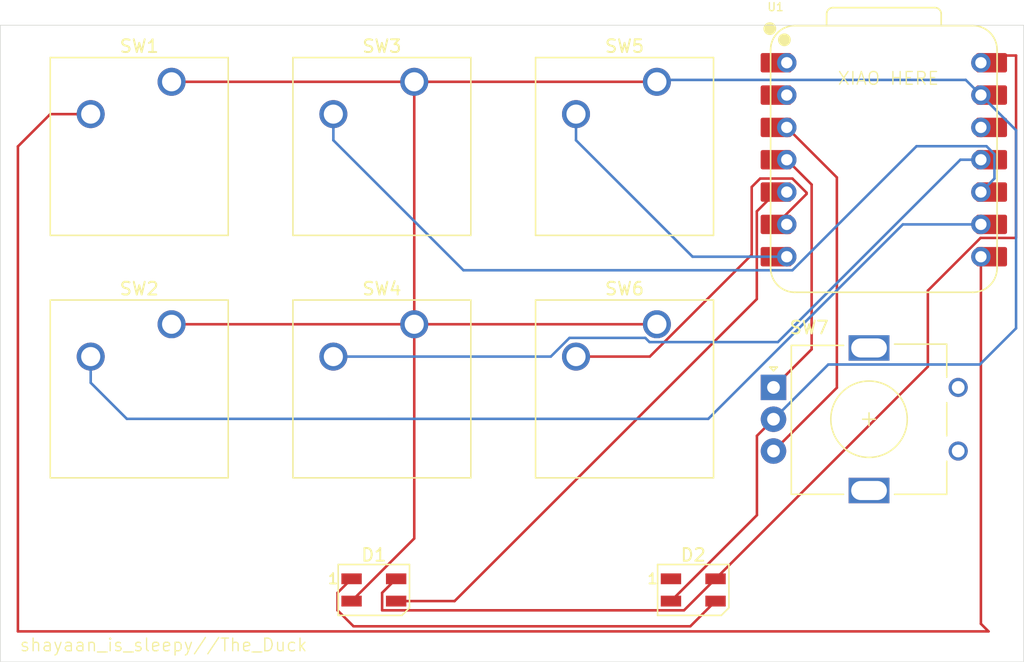
<source format=kicad_pcb>
(kicad_pcb (version 20241229) (generator "pcbnew") (generator_version "9.0")
  (layers (0 "F.Cu" signal) (2 "B.Cu" signal) (13 "F.Paste" user) (15 "B.Paste" user) (5 "F.SilkS" user "F.Silkscreen") (7 "B.SilkS" user "B.Silkscreen") (1 "F.Mask" user) (3 "B.Mask" user) (25 "Edge.Cuts" user))
  (net 0 "")
  (net 1 "GND")
  (net 2 "Net-(D1-VSS)")
  (net 3 "+5V")
  (net 4 "Net-(D1-VDD)")
  (net 6 "Net-(U1-GPIO1{slash}RX)")
  (net 7 "Net-(U1-GPIO2{slash}SCK)")
  (net 8 "Net-(U1-GPIO4{slash}MISO)")
  (net 10 "Net-(U1-GPIO28{slash}ADC2{slash}A2)")
  (net 11 "Net-(U1-GPIO29{slash}ADC3{slash}A3)")
  (net 12 "Net-(U1-GPIO0{slash}TX)")
  (net 15 "Net-(U1-GPIO7{slash}SCL)")
  (net 16 "Net-(U1-GPIO3{slash}MOSI)")
  (footprint "Button_Switch_Keyboard:SW_Cherry_MX_1.00u_PCB" (layer "F.Cu") (at 123.98375 109.22)
    (property "Reference" "SW2" (at -2.54 -2.794 0) (layer "F.SilkS"))
    (property "Value" "SW_Push")
    (fp_line (start -9.525 -1.905) (end 4.445 -1.905) (stroke (width 0.12)) (layer "F.SilkS"))
    (fp_line (start -9.525 12.065) (end -9.525 -1.905) (stroke (width 0.12)) (layer "F.SilkS"))
    (fp_line (start 4.445 -1.905) (end 4.445 12.065) (stroke (width 0.12)) (layer "F.SilkS"))
    (fp_line (start 4.445 12.065) (end -9.525 12.065) (stroke (width 0.12)) (layer "F.SilkS"))
    (pad "" np_thru_hole circle (at -7.62 5.08) (size 1.7 1.7) (drill 1.7) (layers "*.Cu" "*.Mask"))
    (pad "" np_thru_hole circle (at -2.54 5.08) (size 4 4) (drill 4) (layers "*.Cu" "*.Mask"))
    (pad "" np_thru_hole circle (at 2.54 5.08) (size 1.7 1.7) (drill 1.7) (layers "*.Cu" "*.Mask"))
    (pad "1" thru_hole circle (at 0 0) (size 2.2 2.2) (drill 1.5) (layers "*.Cu" "*.Mask") (net 1 "GND"))
    (pad "2" thru_hole circle (at -6.35 2.54) (size 2.2 2.2) (drill 1.5) (layers "*.Cu" "*.Mask") (net 7 "Net-(U1-GPIO2{slash}SCK)"))
  )
  (footprint "LED_SMD:LED_SK6812MINI_PLCC4_3.5x3.5mm_P1.75mm" (layer "F.Cu") (at 164.9375 130.09375)
    (property "Reference" "D2" (at 0 -2.75 0) (layer "F.SilkS"))
    (property "Value" "SK6812")
    (fp_line (start -2.8 -2) (end -2.8 2) (stroke (width 0.12)) (layer "F.SilkS"))
    (fp_line (start -2.8 -2) (end 2.8 -2) (stroke (width 0.12)) (layer "F.SilkS"))
    (fp_line (start -2.8 2) (end 2.2 2) (stroke (width 0.12)) (layer "F.SilkS"))
    (fp_line (start 2.8 1.4) (end 2.2 2) (stroke (width 0.12)) (layer "F.SilkS"))
    (fp_line (start 2.8 1.4) (end 2.8 -2) (stroke (width 0.12)) (layer "F.SilkS"))
    (fp_text user "1" (at -3.2 -0.875 0) (layer "F.SilkS") (effects (font (size 0.8 0.8))))
    (pad "1" smd rect (at -1.75 -0.875) (size 1.6 0.85) (layers "F.Cu" "F.Mask" "F.Paste"))
    (pad "2" smd rect (at -1.75 0.875) (size 1.6 0.85) (layers "F.Cu" "F.Mask" "F.Paste") (net 1 "GND"))
    (pad "3" smd rect (at 1.75 0.875) (size 1.6 0.85) (layers "F.Cu" "F.Mask" "F.Paste") (net 2 "Net-(D1-VSS)"))
    (pad "4" smd rect (at 1.75 -0.875) (size 1.6 0.85) (layers "F.Cu" "F.Mask" "F.Paste") (net 3 "+5V"))
  )
  (footprint "Button_Switch_Keyboard:SW_Cherry_MX_1.00u_PCB" (layer "F.Cu") (at 143.03375 90.17)
    (property "Reference" "SW3" (at -2.54 -2.794 0) (layer "F.SilkS"))
    (property "Value" "SW_Push")
    (fp_line (start -9.525 -1.905) (end 4.445 -1.905) (stroke (width 0.12)) (layer "F.SilkS"))
    (fp_line (start -9.525 12.065) (end -9.525 -1.905) (stroke (width 0.12)) (layer "F.SilkS"))
    (fp_line (start 4.445 -1.905) (end 4.445 12.065) (stroke (width 0.12)) (layer "F.SilkS"))
    (fp_line (start 4.445 12.065) (end -9.525 12.065) (stroke (width 0.12)) (layer "F.SilkS"))
    (pad "" np_thru_hole circle (at -7.62 5.08) (size 1.7 1.7) (drill 1.7) (layers "*.Cu" "*.Mask"))
    (pad "" np_thru_hole circle (at -2.54 5.08) (size 4 4) (drill 4) (layers "*.Cu" "*.Mask"))
    (pad "" np_thru_hole circle (at 2.54 5.08) (size 1.7 1.7) (drill 1.7) (layers "*.Cu" "*.Mask"))
    (pad "1" thru_hole circle (at 0 0) (size 2.2 2.2) (drill 1.5) (layers "*.Cu" "*.Mask") (net 1 "GND"))
    (pad "2" thru_hole circle (at -6.35 2.54) (size 2.2 2.2) (drill 1.5) (layers "*.Cu" "*.Mask") (net 8 "Net-(U1-GPIO4{slash}MISO)"))
  )
  (footprint "LED_SMD:LED_SK6812MINI_PLCC4_3.5x3.5mm_P1.75mm" (layer "F.Cu") (at 139.8625 130.09375)
    (property "Reference" "D1" (at 0 -2.75 0) (layer "F.SilkS"))
    (property "Value" "SK6812")
    (fp_line (start -2.8 -2) (end -2.8 2) (stroke (width 0.12)) (layer "F.SilkS"))
    (fp_line (start -2.8 -2) (end 2.8 -2) (stroke (width 0.12)) (layer "F.SilkS"))
    (fp_line (start -2.8 2) (end 2.2 2) (stroke (width 0.12)) (layer "F.SilkS"))
    (fp_line (start 2.8 1.4) (end 2.2 2) (stroke (width 0.12)) (layer "F.SilkS"))
    (fp_line (start 2.8 1.4) (end 2.8 -2) (stroke (width 0.12)) (layer "F.SilkS"))
    (fp_text user "1" (at -3.2 -0.875 0) (layer "F.SilkS") (effects (font (size 0.8 0.8))))
    (pad "1" smd rect (at -1.75 -0.875) (size 1.6 0.85) (layers "F.Cu" "F.Mask" "F.Paste") (net 2 "Net-(D1-VSS)"))
    (pad "2" smd rect (at -1.75 0.875) (size 1.6 0.85) (layers "F.Cu" "F.Mask" "F.Paste") (net 1 "GND"))
    (pad "3" smd rect (at 1.75 0.875) (size 1.6 0.85) (layers "F.Cu" "F.Mask" "F.Paste") (net 4 "Net-(D1-VDD)"))
    (pad "4" smd rect (at 1.75 -0.875) (size 1.6 0.85) (layers "F.Cu" "F.Mask" "F.Paste") (net 3 "+5V"))
  )
  (footprint "Button_Switch_Keyboard:SW_Cherry_MX_1.00u_PCB" (layer "F.Cu") (at 162.08375 90.17)
    (property "Reference" "SW5" (at -2.54 -2.794 0) (layer "F.SilkS"))
    (property "Value" "SW_Push")
    (fp_line (start -9.525 -1.905) (end 4.445 -1.905) (stroke (width 0.12)) (layer "F.SilkS"))
    (fp_line (start -9.525 12.065) (end -9.525 -1.905) (stroke (width 0.12)) (layer "F.SilkS"))
    (fp_line (start 4.445 -1.905) (end 4.445 12.065) (stroke (width 0.12)) (layer "F.SilkS"))
    (fp_line (start 4.445 12.065) (end -9.525 12.065) (stroke (width 0.12)) (layer "F.SilkS"))
    (pad "" np_thru_hole circle (at -7.62 5.08) (size 1.7 1.7) (drill 1.7) (layers "*.Cu" "*.Mask"))
    (pad "" np_thru_hole circle (at -2.54 5.08) (size 4 4) (drill 4) (layers "*.Cu" "*.Mask"))
    (pad "" np_thru_hole circle (at 2.54 5.08) (size 1.7 1.7) (drill 1.7) (layers "*.Cu" "*.Mask"))
    (pad "1" thru_hole circle (at 0 0) (size 2.2 2.2) (drill 1.5) (layers "*.Cu" "*.Mask") (net 1 "GND"))
    (pad "2" thru_hole circle (at -6.35 2.54) (size 2.2 2.2) (drill 1.5) (layers "*.Cu" "*.Mask") (net 12 "Net-(U1-GPIO0{slash}TX)"))
  )
  (footprint "Button_Switch_Keyboard:SW_Cherry_MX_1.00u_PCB" (layer "F.Cu") (at 123.98375 90.17)
    (property "Reference" "SW1" (at -2.54 -2.794 0) (layer "F.SilkS"))
    (property "Value" "SW_Push")
    (fp_line (start -9.525 -1.905) (end 4.445 -1.905) (stroke (width 0.12)) (layer "F.SilkS"))
    (fp_line (start -9.525 12.065) (end -9.525 -1.905) (stroke (width 0.12)) (layer "F.SilkS"))
    (fp_line (start 4.445 -1.905) (end 4.445 12.065) (stroke (width 0.12)) (layer "F.SilkS"))
    (fp_line (start 4.445 12.065) (end -9.525 12.065) (stroke (width 0.12)) (layer "F.SilkS"))
    (pad "" np_thru_hole circle (at -7.62 5.08) (size 1.7 1.7) (drill 1.7) (layers "*.Cu" "*.Mask"))
    (pad "" np_thru_hole circle (at -2.54 5.08) (size 4 4) (drill 4) (layers "*.Cu" "*.Mask"))
    (pad "" np_thru_hole circle (at 2.54 5.08) (size 1.7 1.7) (drill 1.7) (layers "*.Cu" "*.Mask"))
    (pad "1" thru_hole circle (at 0 0) (size 2.2 2.2) (drill 1.5) (layers "*.Cu" "*.Mask") (net 1 "GND"))
    (pad "2" thru_hole circle (at -6.35 2.54) (size 2.2 2.2) (drill 1.5) (layers "*.Cu" "*.Mask") (net 6 "Net-(U1-GPIO1{slash}RX)"))
  )
  (footprint "Button_Switch_Keyboard:SW_Cherry_MX_1.00u_PCB" (layer "F.Cu") (at 162.08375 109.22)
    (property "Reference" "SW6" (at -2.54 -2.794 0) (layer "F.SilkS"))
    (property "Value" "SW_Push")
    (fp_line (start -9.525 -1.905) (end 4.445 -1.905) (stroke (width 0.12)) (layer "F.SilkS"))
    (fp_line (start -9.525 12.065) (end -9.525 -1.905) (stroke (width 0.12)) (layer "F.SilkS"))
    (fp_line (start 4.445 -1.905) (end 4.445 12.065) (stroke (width 0.12)) (layer "F.SilkS"))
    (fp_line (start 4.445 12.065) (end -9.525 12.065) (stroke (width 0.12)) (layer "F.SilkS"))
    (pad "" np_thru_hole circle (at -7.62 5.08) (size 1.7 1.7) (drill 1.7) (layers "*.Cu" "*.Mask"))
    (pad "" np_thru_hole circle (at -2.54 5.08) (size 4 4) (drill 4) (layers "*.Cu" "*.Mask"))
    (pad "" np_thru_hole circle (at 2.54 5.08) (size 1.7 1.7) (drill 1.7) (layers "*.Cu" "*.Mask"))
    (pad "1" thru_hole circle (at 0 0) (size 2.2 2.2) (drill 1.5) (layers "*.Cu" "*.Mask") (net 1 "GND"))
    (pad "2" thru_hole circle (at -6.35 2.54) (size 2.2 2.2) (drill 1.5) (layers "*.Cu" "*.Mask") (net 15 "Net-(U1-GPIO7{slash}SCL)"))
  )
  (footprint "Button_Switch_Keyboard:SW_Cherry_MX_1.00u_PCB" (layer "F.Cu") (at 143.03375 109.22)
    (property "Reference" "SW4" (at -2.54 -2.794 0) (layer "F.SilkS"))
    (property "Value" "SW_Push")
    (fp_line (start -9.525 -1.905) (end 4.445 -1.905) (stroke (width 0.12)) (layer "F.SilkS"))
    (fp_line (start -9.525 12.065) (end -9.525 -1.905) (stroke (width 0.12)) (layer "F.SilkS"))
    (fp_line (start 4.445 -1.905) (end 4.445 12.065) (stroke (width 0.12)) (layer "F.SilkS"))
    (fp_line (start 4.445 12.065) (end -9.525 12.065) (stroke (width 0.12)) (layer "F.SilkS"))
    (pad "" np_thru_hole circle (at -7.62 5.08) (size 1.7 1.7) (drill 1.7) (layers "*.Cu" "*.Mask"))
    (pad "" np_thru_hole circle (at -2.54 5.08) (size 4 4) (drill 4) (layers "*.Cu" "*.Mask"))
    (pad "" np_thru_hole circle (at 2.54 5.08) (size 1.7 1.7) (drill 1.7) (layers "*.Cu" "*.Mask"))
    (pad "1" thru_hole circle (at 0 0) (size 2.2 2.2) (drill 1.5) (layers "*.Cu" "*.Mask") (net 1 "GND"))
    (pad "2" thru_hole circle (at -6.35 2.54) (size 2.2 2.2) (drill 1.5) (layers "*.Cu" "*.Mask") (net 16 "Net-(U1-GPIO3{slash}MOSI)"))
  )
  (footprint "Rotary_Encoder:RotaryEncoder_Alps_EC11E_Vertical_H20mm" (layer "F.Cu") (at 171.2375 114.18125)
    (property "Reference" "SW7" (at 2.8 -4.7 0) (layer "F.SilkS"))
    (property "Value" "RotaryEncoder")
    (fp_line (start -0.3 -1.6) (end 0.3 -1.6) (stroke (width 0.12)) (layer "F.SilkS"))
    (fp_line (start 0 -1.3) (end -0.3 -1.6) (stroke (width 0.12)) (layer "F.SilkS"))
    (fp_line (start 0.3 -1.6) (end 0 -1.3) (stroke (width 0.12)) (layer "F.SilkS"))
    (fp_line (start 1.4 -3.3) (end 1.4 8.4) (stroke (width 0.12)) (layer "F.SilkS"))
    (fp_line (start 5.5 -3.3) (end 1.4 -3.3) (stroke (width 0.12)) (layer "F.SilkS"))
    (fp_line (start 5.5 8.4) (end 1.4 8.4) (stroke (width 0.12)) (layer "F.SilkS"))
    (fp_line (start 7 2.5) (end 8 2.5) (stroke (width 0.12)) (layer "F.SilkS"))
    (fp_line (start 7.5 2) (end 7.5 3) (stroke (width 0.12)) (layer "F.SilkS"))
    (fp_line (start 9.5 -3.4) (end 13.6 -3.4) (stroke (width 0.12)) (layer "F.SilkS"))
    (fp_line (start 13.6 -3.4) (end 13.6 -0.8) (stroke (width 0.12)) (layer "F.SilkS"))
    (fp_line (start 13.6 1.2) (end 13.6 3.8) (stroke (width 0.12)) (layer "F.SilkS"))
    (fp_line (start 13.6 5.8) (end 13.6 8.4) (stroke (width 0.12)) (layer "F.SilkS"))
    (fp_line (start 13.6 8.4) (end 9.5 8.4) (stroke (width 0.12)) (layer "F.SilkS"))
    (fp_circle (center 7.5 2.5) (end 10.5 2.5) (stroke (width 0.12)) (fill no) (layer "F.SilkS"))
    (pad "" thru_hole circle (at 14.5 0) (size 1.5 1.5) (drill 1) (layers "*.Cu" "*.Mask"))
    (pad "" thru_hole circle (at 14.5 5) (size 1.5 1.5) (drill 1) (layers "*.Cu" "*.Mask"))
    (pad "A" thru_hole rect (at 0 0) (size 2 2) (drill 1) (layers "*.Cu" "*.Mask") (net 11 "Net-(U1-GPIO29{slash}ADC3{slash}A3)"))
    (pad "B" thru_hole circle (at 0 5) (size 2 2) (drill 1) (layers "*.Cu" "*.Mask") (net 10 "Net-(U1-GPIO28{slash}ADC2{slash}A2)"))
    (pad "C" thru_hole circle (at 0 2.5) (size 2 2) (drill 1) (layers "*.Cu" "*.Mask") (net 1 "GND"))
    (pad "MP" thru_hole rect (at 7.5 -3.1) (size 3.2 2) (drill oval 2.8 1.5) (layers "*.Cu" "*.Mask"))
    (pad "MP" thru_hole rect (at 7.5 8.1) (size 3.2 2) (drill oval 2.8 1.5) (layers "*.Cu" "*.Mask"))
  )
  (footprint "opl:XIAO-RP2040-DIP" (layer "F.Cu") (at 179.9 96.2935)
    (property "Reference" "U1" (at -8.5 -12 0) (layer "F.SilkS") (effects (font (size 0.635 0.635) (thickness 0.1016))))
    (property "Value" "XIAO-RP2040-DIP")
    (fp_line (start -8.89 8.509) (end -8.89 -8.636) (stroke (width 0.127)) (layer "F.SilkS"))
    (fp_line (start -6.985 10.414) (end 6.985 10.414) (stroke (width 0.127)) (layer "F.SilkS"))
    (fp_line (start -4.495 -10.541) (end -4.491272 -11.451272) (stroke (width 0.127)) (layer "F.SilkS"))
    (fp_line (start -3.991272 -11.951) (end 4.004 -11.951) (stroke (width 0.127)) (layer "F.SilkS"))
    (fp_line (start 4.504 -11.451) (end 4.504 -10.541) (stroke (width 0.127)) (layer "F.SilkS"))
    (fp_line (start 6.985 -10.541) (end -6.985 -10.541) (stroke (width 0.1)) (layer "F.SilkS"))
    (fp_line (start 6.985 -10.541) (end -6.985 -10.541) (stroke (width 0.127)) (layer "F.SilkS"))
    (fp_line (start 8.89 8.509) (end 8.89 -8.636) (stroke (width 0.127)) (layer "F.SilkS"))
    (fp_arc (start -8.89 -8.636) (mid -8.332038 -9.983038) (end -6.985 -10.541) (stroke (width 0.127)) (layer "F.SilkS"))
    (fp_arc (start -6.985 10.414) (mid -8.332038 9.856038) (end -8.89 8.509) (stroke (width 0.127)) (layer "F.SilkS"))
    (fp_arc (start -4.491272 -11.451272) (mid -4.344728 -11.80464) (end -3.991272 -11.951) (stroke (width 0.127)) (layer "F.SilkS"))
    (fp_arc (start 4.004 -11.951) (mid 4.357553 -11.804553) (end 4.504 -11.451) (stroke (width 0.127)) (layer "F.SilkS"))
    (fp_arc (start 6.985 -10.541) (mid 8.332038 -9.983038) (end 8.89 -8.636) (stroke (width 0.127)) (layer "F.SilkS"))
    (fp_arc (start 8.89 8.509) (mid 8.332038 9.856038) (end 6.985 10.414) (stroke (width 0.127)) (layer "F.SilkS"))
    (fp_circle (center -8.95 -10.3) (end -8.95 -10.554) (stroke (width 0.5)) (fill yes) (layer "F.SilkS"))
    (fp_circle (center -7.807 -9.42) (end -7.807 -9.674) (stroke (width 0.5)) (fill yes) (layer "F.SilkS"))
    (pad "1" smd roundrect (at -8.455 -7.62 180) (size 2.432 1.524) (layers "F.Cu" "F.Mask") (roundrect_rratio 0.1))
    (pad "1" thru_hole circle (at -7.62 -7.62 180) (size 1.524 1.524) (drill 0.889) (layers "*.Cu" "*.Mask"))
    (pad "2" smd roundrect (at -8.455 -5.08 180) (size 2.432 1.524) (layers "F.Cu" "F.Mask") (roundrect_rratio 0.1))
    (pad "2" thru_hole circle (at -7.62 -5.08 180) (size 1.524 1.524) (drill 0.889) (layers "*.Cu" "*.Mask"))
    (pad "3" smd roundrect (at -8.455 -2.54 180) (size 2.432 1.524) (layers "F.Cu" "F.Mask") (roundrect_rratio 0.1) (net 10 "Net-(U1-GPIO28{slash}ADC2{slash}A2)"))
    (pad "3" thru_hole circle (at -7.62 -2.54 180) (size 1.524 1.524) (drill 0.889) (layers "*.Cu" "*.Mask") (net 10 "Net-(U1-GPIO28{slash}ADC2{slash}A2)"))
    (pad "4" smd roundrect (at -8.455 0 180) (size 2.432 1.524) (layers "F.Cu" "F.Mask") (roundrect_rratio 0.1) (net 11 "Net-(U1-GPIO29{slash}ADC3{slash}A3)"))
    (pad "4" thru_hole circle (at -7.62 0 180) (size 1.524 1.524) (drill 0.889) (layers "*.Cu" "*.Mask") (net 11 "Net-(U1-GPIO29{slash}ADC3{slash}A3)"))
    (pad "5" smd roundrect (at -8.455 2.54 180) (size 2.432 1.524) (layers "F.Cu" "F.Mask") (roundrect_rratio 0.1) (net 4 "Net-(D1-VDD)"))
    (pad "5" thru_hole circle (at -7.62 2.54 180) (size 1.524 1.524) (drill 0.889) (layers "*.Cu" "*.Mask") (net 4 "Net-(D1-VDD)"))
    (pad "6" smd roundrect (at -8.455 5.08 180) (size 2.432 1.524) (layers "F.Cu" "F.Mask") (roundrect_rratio 0.1) (net 15 "Net-(U1-GPIO7{slash}SCL)"))
    (pad "6" thru_hole circle (at -7.62 5.08 180) (size 1.524 1.524) (drill 0.889) (layers "*.Cu" "*.Mask") (net 15 "Net-(U1-GPIO7{slash}SCL)"))
    (pad "7" smd roundrect (at -8.455 7.62 180) (size 2.432 1.524) (layers "F.Cu" "F.Mask") (roundrect_rratio 0.1) (net 12 "Net-(U1-GPIO0{slash}TX)"))
    (pad "7" thru_hole circle (at -7.62 7.62 180) (size 1.524 1.524) (drill 0.889) (layers "*.Cu" "*.Mask") (net 12 "Net-(U1-GPIO0{slash}TX)"))
    (pad "8" thru_hole circle (at 7.62 7.62) (size 1.524 1.524) (drill 0.889) (layers "*.Cu" "*.Mask") (net 6 "Net-(U1-GPIO1{slash}RX)"))
    (pad "8" smd roundrect (at 8.455 7.62) (size 2.432 1.524) (layers "F.Cu" "F.Mask") (roundrect_rratio 0.1) (net 6 "Net-(U1-GPIO1{slash}RX)"))
    (pad "9" thru_hole circle (at 7.62 5.08) (size 1.524 1.524) (drill 0.889) (layers "*.Cu" "*.Mask") (net 7 "Net-(U1-GPIO2{slash}SCK)"))
    (pad "9" smd roundrect (at 8.455 5.08) (size 2.432 1.524) (layers "F.Cu" "F.Mask") (roundrect_rratio 0.1) (net 7 "Net-(U1-GPIO2{slash}SCK)"))
    (pad "10" thru_hole circle (at 7.62 2.54) (size 1.524 1.524) (drill 0.889) (layers "*.Cu" "*.Mask") (net 8 "Net-(U1-GPIO4{slash}MISO)"))
    (pad "10" smd roundrect (at 8.455 2.54) (size 2.432 1.524) (layers "F.Cu" "F.Mask") (roundrect_rratio 0.1) (net 8 "Net-(U1-GPIO4{slash}MISO)"))
    (pad "11" thru_hole circle (at 7.62 0) (size 1.524 1.524) (drill 0.889) (layers "*.Cu" "*.Mask") (net 16 "Net-(U1-GPIO3{slash}MOSI)"))
    (pad "11" smd roundrect (at 8.455 0) (size 2.432 1.524) (layers "F.Cu" "F.Mask") (roundrect_rratio 0.1) (net 16 "Net-(U1-GPIO3{slash}MOSI)"))
    (pad "12" thru_hole circle (at 7.62 -2.54) (size 1.524 1.524) (drill 0.889) (layers "*.Cu" "*.Mask"))
    (pad "12" smd roundrect (at 8.455 -2.54) (size 2.432 1.524) (layers "F.Cu" "F.Mask") (roundrect_rratio 0.1))
    (pad "13" thru_hole circle (at 7.62 -5.08) (size 1.524 1.524) (drill 0.889) (layers "*.Cu" "*.Mask") (net 1 "GND"))
    (pad "13" smd roundrect (at 8.455 -5.08) (size 2.432 1.524) (layers "F.Cu" "F.Mask") (roundrect_rratio 0.1) (net 1 "GND"))
    (pad "14" thru_hole circle (at 7.62 -7.62) (size 1.524 1.524) (drill 0.889) (layers "*.Cu" "*.Mask") (net 3 "+5V"))
    (pad "14" smd roundrect (at 8.455 -7.62) (size 2.432 1.524) (layers "F.Cu" "F.Mask") (roundrect_rratio 0.1) (net 3 "+5V"))
  )
  (gr_rect (start 110.5375 85.725) (end 190.88125 135.73125) (stroke (width 0.05)) (fill no) (layer "Edge.Cuts"))
  (gr_text "shayaan_is_sleepy//The_Duck" (at 112 135 0) (layer "F.SilkS") (effects (font (size 1 1) (thickness 0.1)) (justify left bottom)))
  (gr_text "XIAO HERE" (at 176.2125 90.4875 0) (layer "F.SilkS") (effects (font (size 1 1) (thickness 0.1)) (justify left bottom)))
  (segment (start 143.03375 90.17) (end 143.03375 109.22) (width 0.2) (layer "F.Cu") (net 1))
  (segment (start 169.9365 117.98225) (end 171.2375 116.68125) (width 0.2) (layer "F.Cu") (net 1))
  (segment (start 123.98375 109.22) (end 143.03375 109.22) (width 0.2) (layer "F.Cu") (net 1))
  (segment (start 123.98375 90.17) (end 143.03375 90.17) (width 0.2) (layer "F.Cu") (net 1))
  (segment (start 163.1875 130.96875) (end 169.9365 124.21975) (width 0.2) (layer "F.Cu") (net 1))
  (segment (start 169.9365 124.21975) (end 169.9365 117.98225) (width 0.2) (layer "F.Cu") (net 1))
  (segment (start 143.03375 109.22) (end 162.08375 109.22) (width 0.2) (layer "F.Cu") (net 1))
  (segment (start 143.03375 126.0475) (end 143.03375 109.22) (width 0.2) (layer "F.Cu") (net 1))
  (segment (start 138.1125 130.96875) (end 143.03375 126.0475) (width 0.2) (layer "F.Cu") (net 1))
  (segment (start 143.03375 90.17) (end 162.08375 90.17) (width 0.2) (layer "F.Cu") (net 1))
  (segment (start 186.32975 90.02325) (end 187.52 91.2135) (width 0.2) (layer "B.Cu") (net 1))
  (segment (start 190.28025 93.97375) (end 190.28025 109.5375) (width 0.2) (layer "B.Cu") (net 1))
  (segment (start 162.08375 90.17) (end 162.2305 90.02325) (width 0.2) (layer "B.Cu") (net 1))
  (segment (start 175.5365 112.38225) (end 171.2375 116.68125) (width 0.2) (layer "B.Cu") (net 1))
  (segment (start 187.4355 112.38225) (end 175.5365 112.38225) (width 0.2) (layer "B.Cu") (net 1))
  (segment (start 162.2305 90.02325) (end 186.32975 90.02325) (width 0.2) (layer "B.Cu") (net 1))
  (segment (start 190.28025 109.5375) (end 187.4355 112.38225) (width 0.2) (layer "B.Cu") (net 1))
  (segment (start 187.52 91.2135) (end 190.28025 93.97375) (width 0.2) (layer "B.Cu") (net 1))
  (segment (start 138.1125 129.21875) (end 137.0115 130.31975) (width 0.2) (layer "F.Cu") (net 2))
  (segment (start 164.70725 132.949) (end 166.6875 130.96875) (width 0.2) (layer "F.Cu") (net 2))
  (segment (start 138.26575 132.949) (end 164.70725 132.949) (width 0.2) (layer "F.Cu") (net 2))
  (segment (start 137.0115 130.31975) (end 137.0115 131.69475) (width 0.2) (layer "F.Cu") (net 2))
  (segment (start 137.0115 131.69475) (end 138.26575 132.949) (width 0.2) (layer "F.Cu") (net 2))
  (segment (start 183.35625 112.55) (end 183.35625 106.57394) (width 0.2) (layer "F.Cu") (net 3))
  (segment (start 166.6875 129.21875) (end 183.35625 112.55) (width 0.2) (layer "F.Cu") (net 3))
  (segment (start 164.2115 131.69475) (end 166.6875 129.21875) (width 0.2) (layer "F.Cu") (net 3))
  (segment (start 183.35625 106.57394) (end 187.49369 102.4365) (width 0.2) (layer "F.Cu") (net 3))
  (segment (start 187.49369 102.4365) (end 190.2375 102.4365) (width 0.2) (layer "F.Cu") (net 3))
  (segment (start 188.08725 88.10625) (end 187.52 88.6735) (width 0.2) (layer "F.Cu") (net 3))
  (segment (start 140.5115 130.31975) (end 140.5115 131.69475) (width 0.2) (layer "F.Cu") (net 3))
  (segment (start 141.6125 129.21875) (end 140.5115 130.31975) (width 0.2) (layer "F.Cu") (net 3))
  (segment (start 190.28025 102.39375) (end 190.28025 88.10625) (width 0.2) (layer "F.Cu") (net 3))
  (segment (start 190.2375 102.4365) (end 190.28025 102.39375) (width 0.2) (layer "F.Cu") (net 3))
  (segment (start 140.5115 131.69475) (end 164.2115 131.69475) (width 0.2) (layer "F.Cu") (net 3))
  (segment (start 190.28025 88.10625) (end 188.08725 88.10625) (width 0.2) (layer "F.Cu") (net 3))
  (segment (start 169.928 100.3505) (end 171.445 98.8335) (width 0.2) (layer "F.Cu") (net 4))
  (segment (start 141.6125 130.96875) (end 146.199816 130.96875) (width 0.2) (layer "F.Cu") (net 4))
  (segment (start 169.928 107.240566) (end 169.928 100.3505) (width 0.2) (layer "F.Cu") (net 4))
  (segment (start 146.199816 130.96875) (end 169.928 107.240566) (width 0.2) (layer "F.Cu") (net 4))
  (segment (start 111.91875 95.25) (end 111.91875 133.35) (width 0.2) (layer "F.Cu") (net 6))
  (segment (start 114.45875 92.71) (end 111.91875 95.25) (width 0.2) (layer "F.Cu") (net 6))
  (segment (start 111.91875 133.35) (end 188.11875 133.35) (width 0.2) (layer "F.Cu") (net 6))
  (segment (start 117.63375 92.71) (end 114.45875 92.71) (width 0.2) (layer "F.Cu") (net 6))
  (segment (start 188.11875 133.35) (end 187.52 132.75125) (width 0.2) (layer "F.Cu") (net 6))
  (segment (start 187.52 132.75125) (end 187.52 103.9135) (width 0.2) (layer "F.Cu") (net 6))
  (segment (start 187.52 101.3735) (end 181.39425 101.3735) (width 0.2) (layer "B.Cu") (net 7))
  (segment (start 166.11675 116.651) (end 120.469934 116.651) (width 0.2) (layer "B.Cu") (net 7))
  (segment (start 181.39425 101.3735) (end 166.11675 116.651) (width 0.2) (layer "B.Cu") (net 7))
  (segment (start 120.469934 116.651) (end 117.63375 113.814816) (width 0.2) (layer "B.Cu") (net 7))
  (segment (start 117.63375 113.814816) (end 117.63375 111.76) (width 0.2) (layer "B.Cu") (net 7))
  (segment (start 182.46631 95.2305) (end 172.72031 104.9765) (width 0.2) (layer "B.Cu") (net 8))
  (segment (start 136.68375 94.764816) (end 136.68375 92.71) (width 0.2) (layer "B.Cu") (net 8))
  (segment (start 187.96031 95.2305) (end 182.46631 95.2305) (width 0.2) (layer "B.Cu") (net 8))
  (segment (start 172.72031 104.9765) (end 146.895434 104.9765) (width 0.2) (layer "B.Cu") (net 8))
  (segment (start 146.895434 104.9765) (end 136.68375 94.764816) (width 0.2) (layer "B.Cu") (net 8))
  (segment (start 188.583 95.85319) (end 187.96031 95.2305) (width 0.2) (layer "B.Cu") (net 8))
  (segment (start 188.583 97.7705) (end 188.583 95.85319) (width 0.2) (layer "B.Cu") (net 8))
  (segment (start 187.52 98.8335) (end 188.583 97.7705) (width 0.2) (layer "B.Cu") (net 8))
  (segment (start 171.2375 119.18125) (end 176.2125 114.20625) (width 0.2) (layer "F.Cu") (net 10))
  (segment (start 176.2125 97.686) (end 172.28 93.7535) (width 0.2) (layer "F.Cu") (net 10))
  (segment (start 176.2125 114.20625) (end 176.2125 97.686) (width 0.2) (layer "F.Cu") (net 10))
  (segment (start 171.2375 114.18125) (end 174.23225 111.1865) (width 0.2) (layer "F.Cu") (net 11))
  (segment (start 174.23225 98.24575) (end 172.28 96.2935) (width 0.2) (layer "F.Cu") (net 11))
  (segment (start 174.23225 111.1865) (end 174.23225 98.24575) (width 0.2) (layer "F.Cu") (net 11))
  (segment (start 164.882434 103.9135) (end 172.28 103.9135) (width 0.2) (layer "B.Cu") (net 12))
  (segment (start 155.73375 94.764816) (end 164.882434 103.9135) (width 0.2) (layer "B.Cu") (net 12))
  (segment (start 155.73375 92.71) (end 155.73375 94.764816) (width 0.2) (layer "B.Cu") (net 12))
  (segment (start 169.527 103.758064) (end 169.527 98.432874) (width 0.2) (layer "F.Cu") (net 15))
  (segment (start 170.189374 97.7705) (end 172.72031 97.7705) (width 0.2) (layer "F.Cu") (net 15))
  (segment (start 173.83125 98.88144) (end 173.83125 98.98725) (width 0.2) (layer "F.Cu") (net 15))
  (segment (start 169.527 98.432874) (end 170.189374 97.7705) (width 0.2) (layer "F.Cu") (net 15))
  (segment (start 161.525064 111.76) (end 169.527 103.758064) (width 0.2) (layer "F.Cu") (net 15))
  (segment (start 155.73375 111.76) (end 161.525064 111.76) (width 0.2) (layer "F.Cu") (net 15))
  (segment (start 172.72031 97.7705) (end 173.83125 98.88144) (width 0.2) (layer "F.Cu") (net 15))
  (segment (start 173.83125 98.98725) (end 171.445 101.3735) (width 0.2) (layer "F.Cu") (net 15))
  (segment (start 161.172468 110.290032) (end 161.503436 110.621) (width 0.2) (layer "B.Cu") (net 16))
  (segment (start 155.222404 110.290032) (end 161.172468 110.290032) (width 0.2) (layer "B.Cu") (net 16))
  (segment (start 185.90715 96.2935) (end 187.52 96.2935) (width 0.2) (layer "B.Cu") (net 16))
  (segment (start 161.503436 110.621) (end 171.57965 110.621) (width 0.2) (layer "B.Cu") (net 16))
  (segment (start 171.57965 110.621) (end 185.90715 96.2935) (width 0.2) (layer "B.Cu") (net 16))
  (segment (start 136.68375 111.76) (end 153.752436 111.76) (width 0.2) (layer "B.Cu") (net 16))
  (segment (start 153.752436 111.76) (end 155.222404 110.290032) (width 0.2) (layer "B.Cu") (net 16))
)
</source>
